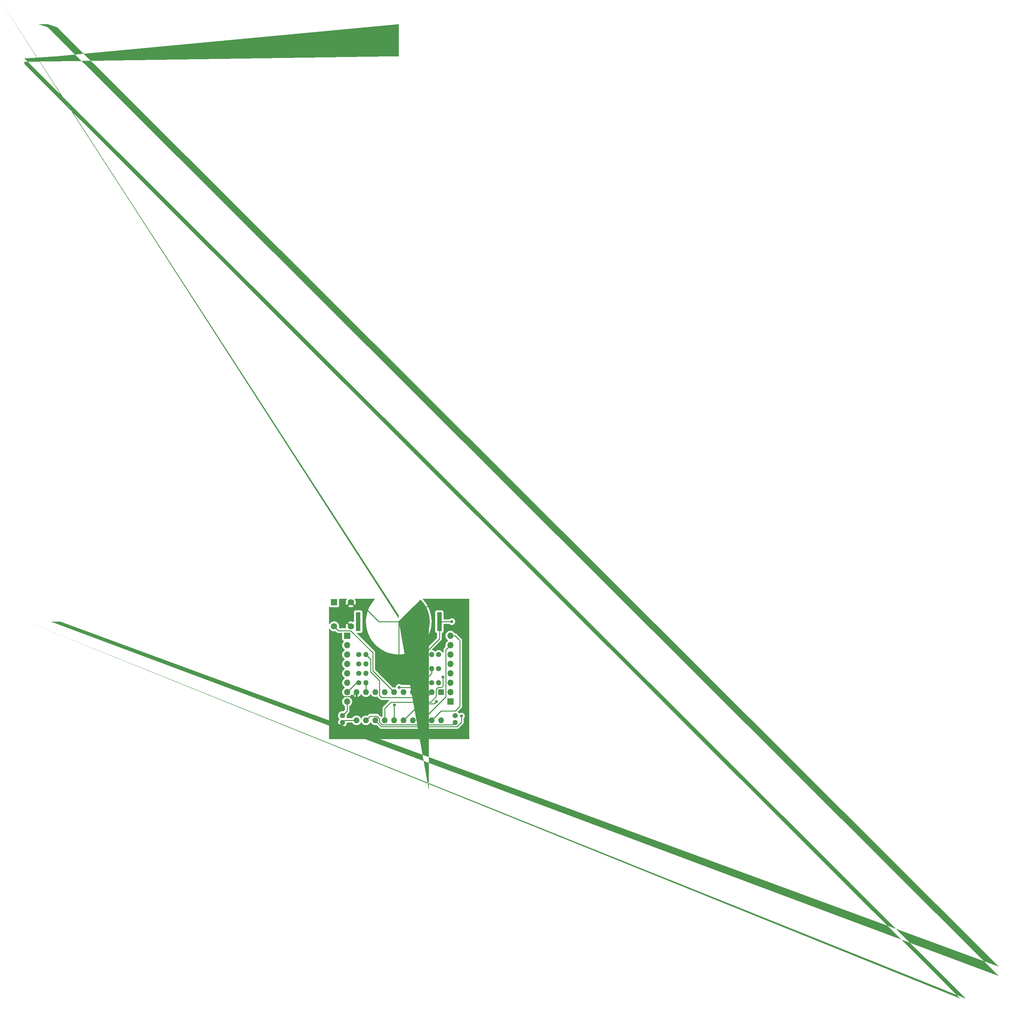
<source format=gbl>
G04 #@! TF.GenerationSoftware,KiCad,Pcbnew,7.0.6-0*
G04 #@! TF.CreationDate,2023-08-14T12:50:15+03:00*
G04 #@! TF.ProjectId,trng,74726e67-2e6b-4696-9361-645f70636258,rev?*
G04 #@! TF.SameCoordinates,Original*
G04 #@! TF.FileFunction,Copper,L2,Bot*
G04 #@! TF.FilePolarity,Positive*
%FSLAX46Y46*%
G04 Gerber Fmt 4.6, Leading zero omitted, Abs format (unit mm)*
G04 Created by KiCad (PCBNEW 7.0.6-0) date 2023-08-14 12:50:15*
%MOMM*%
%LPD*%
G01*
G04 APERTURE LIST*
G04 Aperture macros list*
%AMFreePoly0*
4,1,219,5.849828,5.939337,5.858481,5.940633,5.878677,5.930125,5.900370,5.923198,5.905549,5.916144,5.913308,5.912108,6.113607,5.708382,6.115016,5.705555,6.117727,5.703930,6.492868,5.272955,6.494275,5.269645,6.497225,5.267586,6.841692,4.811720,6.842867,4.808320,6.845667,4.806063,7.157812,4.327485,7.158749,4.324012,7.161386,4.321567,7.439717,3.822565,7.440412,3.819036,
7.442874,3.816414,7.686062,3.299372,7.686512,3.295803,7.688786,3.293018,7.895666,2.760409,7.895868,2.756818,7.897945,2.753882,8.067529,2.208252,8.067482,2.204656,8.069352,2.201583,8.200830,1.645538,8.200535,1.641953,8.202187,1.638759,8.294930,1.074960,8.294388,1.071404,8.295816,1.068103,8.349381,0.499242,8.348594,0.495730,8.349790,0.492340,8.363921,-0.078862,
8.362894,-0.082308,8.363853,-0.085775,8.338482,-0.656588,8.337220,-0.659954,8.337937,-0.663480,8.273186,-1.231176,8.271693,-1.234449,8.272165,-1.238014,8.168343,-1.799880,8.166629,-1.803040,8.166853,-1.806631,8.024456,-2.359980,8.022526,-2.363016,8.022502,-2.366611,7.842212,-2.908799,7.840078,-2.911694,7.839805,-2.915280,7.622482,-3.443714,7.620153,-3.446454,7.619633,-3.450014,
7.366317,-3.962167,7.363803,-3.964740,7.363039,-3.968255,7.074941,-4.461683,7.072255,-4.464077,7.071250,-4.467530,6.749746,-4.939870,6.746903,-4.942071,6.745661,-4.945448,6.392288,-5.394446,6.389299,-5.396446,6.387827,-5.399728,6.004275,-5.823237,6.001154,-5.825026,5.999460,-5.828197,5.587561,-6.224192,5.584324,-6.225761,5.582414,-6.228808,5.144138,-6.595395,5.140801,-6.596736,
5.138685,-6.599645,4.676127,-6.935072,4.672705,-6.936180,4.670393,-6.938935,4.185764,-7.241600,4.182273,-7.242469,4.179777,-7.245057,3.675394,-7.513513,3.671852,-7.514138,3.669182,-7.516549,3.147454,-7.749512,3.143877,-7.749891,3.141047,-7.752111,2.604470,-7.948468,2.600874,-7.948599,2.597898,-7.950618,2.049037,-8.109430,2.045442,-8.109313,2.042333,-8.111121,1.483809,-8.231629,
1.480229,-8.231263,1.477004,-8.232852,0.911488,-8.314480,0.907944,-8.313868,0.904615,-8.315231,0.334810,-8.357589,0.331316,-8.356734,0.327902,-8.357863,-0.243468,-8.360749,-0.246894,-8.359654,-0.250379,-8.360545,-0.820582,-8.323944,-0.823925,-8.322615,-0.827462,-8.323262,-1.393774,-8.247351,-1.397016,-8.245794,-1.400591,-8.246196,-1.960303,-8.131335,-1.963429,-8.129558,-1.967023,-8.129712,
-2.517462,-7.976452,-2.520459,-7.974463,-2.524054,-7.974368,-3.062588,-7.783441,-3.065440,-7.781250,-3.069020,-7.780907,-3.593075,-7.553226,-3.595769,-7.550843,-3.599317,-7.550253,-4.106386,-7.286905,-4.108908,-7.284342,-4.112407,-7.283509,-4.600070,-6.985753,-4.602409,-6.983023,-4.605843,-6.981949,-5.071764,-6.651211,-5.073910,-6.648324,-5.077261,-6.647016,-5.519217,-6.284874,-5.521158,-6.281846,
-5.524409,-6.280310,-5.940287,-5.888497,-5.942014,-5.885342,-5.945152,-5.883585,-6.332962,-5.463972,-6.334467,-5.460704,-6.337476,-5.458735,-6.695366,-5.013329,-6.696642,-5.009966,-6.699508,-5.007793,-7.025766,-4.538723,-7.026806,-4.535281,-7.029515,-4.532915,-7.322583,-4.042423,-7.323383,-4.038916,-7.325922,-4.036369,-7.584398,-3.526798,-7.584954,-3.523244,-7.587310,-3.520528,-7.809959,-2.994316,
-7.810268,-2.990734,-7.812432,-2.987860,-7.998190,-2.447522,-7.998251,-2.443925,-8.000210,-2.440910,-8.148188,-1.889028,-8.148000,-1.885436,-8.149747,-1.882292,-8.259239,-1.321504,-8.258803,-1.317933,-8.260328,-1.314677,-8.330810,-0.747663,-8.330129,-0.744131,-8.331425,-0.740777,-8.362560,-0.170249,-8.361636,-0.166773,-8.362698,-0.163337,-8.354337,0.407979,-8.353175,0.411382,-8.353997,0.414885,
-8.306180,0.984256,-8.304786,0.987571,-8.305364,0.991122,-8.218321,1.555830,-8.216701,1.559041,-8.217032,1.562623,-8.091177,2.119966,-8.089339,2.123057,-8.089422,2.126654,-7.925357,2.673969,-7.923310,2.676926,-7.923144,2.680519,-7.721654,3.215191,-7.719408,3.217999,-7.718994,3.221572,-7.481042,3.741044,-7.478606,3.743691,-7.477947,3.747226,-7.204671,4.249013,-7.202058,4.251485,
-7.201156,4.254968,-6.893860,4.736675,-6.891083,4.738960,-6.889943,4.742371,-6.550099,5.201693,-6.547171,5.203781,-6.545797,5.207106,-6.175026,5.641848,-6.172332,5.643501,-6.170951,5.646342,-5.972720,5.852080,-5.965001,5.856195,-5.959895,5.863299,-5.938275,5.870444,-5.918183,5.881157,-5.909517,5.879949,-5.901213,5.882694,5.841495,5.941999,5.849828,5.939337,5.849828,5.939337,
$1*%
G04 Aperture macros list end*
G04 #@! TA.AperFunction,ComponentPad*
%ADD10C,1.400000*%
G04 #@! TD*
G04 #@! TA.AperFunction,ComponentPad*
%ADD11O,1.400000X1.400000*%
G04 #@! TD*
G04 #@! TA.AperFunction,ComponentPad*
%ADD12R,1.700000X1.700000*%
G04 #@! TD*
G04 #@! TA.AperFunction,ComponentPad*
%ADD13O,1.700000X1.700000*%
G04 #@! TD*
G04 #@! TA.AperFunction,ComponentPad*
%ADD14R,1.200000X1.200000*%
G04 #@! TD*
G04 #@! TA.AperFunction,ComponentPad*
%ADD15C,1.200000*%
G04 #@! TD*
G04 #@! TA.AperFunction,ComponentPad*
%ADD16R,1.600000X1.600000*%
G04 #@! TD*
G04 #@! TA.AperFunction,ComponentPad*
%ADD17O,1.600000X1.600000*%
G04 #@! TD*
G04 #@! TA.AperFunction,SMDPad,CuDef*
%ADD18R,1.270000X5.080000*%
G04 #@! TD*
G04 #@! TA.AperFunction,SMDPad,CuDef*
%ADD19FreePoly0,0.000000*%
G04 #@! TD*
G04 #@! TA.AperFunction,ComponentPad*
%ADD20C,1.700000*%
G04 #@! TD*
G04 #@! TA.AperFunction,ViaPad*
%ADD21C,0.800000*%
G04 #@! TD*
G04 #@! TA.AperFunction,Conductor*
%ADD22C,0.250000*%
G04 #@! TD*
G04 APERTURE END LIST*
D10*
X158260000Y-101270000D03*
D11*
X156360000Y-101270000D03*
D10*
X156360000Y-105080000D03*
D11*
X158260000Y-105080000D03*
D10*
X136680000Y-102540000D03*
D11*
X138580000Y-102540000D03*
D10*
X132230000Y-113970000D03*
D11*
X132230000Y-115870000D03*
D10*
X158260000Y-97460000D03*
D11*
X156360000Y-97460000D03*
D10*
X136680000Y-97460000D03*
D11*
X138580000Y-97460000D03*
D10*
X136680000Y-100000000D03*
D11*
X138580000Y-100000000D03*
D12*
X161440000Y-110160000D03*
D13*
X161440000Y-107620000D03*
X161440000Y-105080000D03*
X161440000Y-102540000D03*
X161440000Y-100000000D03*
X161440000Y-97460000D03*
X161440000Y-94920000D03*
X161440000Y-92380000D03*
D14*
X152780000Y-101270000D03*
D15*
X151280000Y-101270000D03*
D10*
X136680000Y-105080000D03*
D11*
X138580000Y-105080000D03*
D12*
X133500000Y-92380000D03*
D13*
X133500000Y-94920000D03*
X133500000Y-97460000D03*
X133500000Y-100000000D03*
X133500000Y-102540000D03*
X133500000Y-105080000D03*
X133500000Y-107620000D03*
X133500000Y-110160000D03*
D16*
X158900000Y-107620000D03*
D17*
X156360000Y-107620000D03*
X153820000Y-107620000D03*
X151280000Y-107620000D03*
X148740000Y-107620000D03*
X146200000Y-107620000D03*
X143660000Y-107620000D03*
X141120000Y-107620000D03*
X138580000Y-107620000D03*
X136040000Y-107620000D03*
X136040000Y-115240000D03*
X138580000Y-115240000D03*
X141120000Y-115240000D03*
X143660000Y-115240000D03*
X146200000Y-115240000D03*
X148740000Y-115240000D03*
X151280000Y-115240000D03*
X153820000Y-115240000D03*
X156360000Y-115240000D03*
X158900000Y-115240000D03*
D10*
X162710000Y-113970000D03*
D11*
X162710000Y-115870000D03*
D18*
X136485000Y-88570000D03*
X158455000Y-88570000D03*
D19*
X147470000Y-88570000D03*
D12*
X129980000Y-83330000D03*
D20*
X129980000Y-89830000D03*
X134480000Y-83330000D03*
X134480000Y-89830000D03*
D21*
X161820000Y-88570000D03*
X140750000Y-110250000D03*
X161750000Y-84500000D03*
X137900000Y-84450000D03*
X149000000Y-101250000D03*
X129500000Y-108750000D03*
X164400500Y-114070000D03*
X159445500Y-103570000D03*
X157630000Y-110160000D03*
X152476850Y-105153150D03*
X146320000Y-111070000D03*
X147570000Y-106320000D03*
D22*
X158455000Y-93185000D02*
X158455000Y-88570000D01*
X152780000Y-98860000D02*
X158455000Y-93185000D01*
X152780000Y-101270000D02*
X152780000Y-98860000D01*
X161820000Y-88570000D02*
X158455000Y-88570000D01*
X151260000Y-101250000D02*
X151280000Y-101270000D01*
X147470000Y-88570000D02*
X151540000Y-84500000D01*
X129500000Y-108750000D02*
X129545000Y-108795000D01*
X142020000Y-88570000D02*
X147470000Y-88570000D01*
X137900000Y-84450000D02*
X142020000Y-88570000D01*
X151540000Y-84500000D02*
X161750000Y-84500000D01*
X147470000Y-88570000D02*
X147470000Y-97460000D01*
X129545000Y-108795000D02*
X134865000Y-108795000D01*
X147470000Y-97460000D02*
X151280000Y-101270000D01*
X134865000Y-108795000D02*
X136040000Y-107620000D01*
X149000000Y-101250000D02*
X151260000Y-101250000D01*
X133500000Y-107620000D02*
X136040000Y-105080000D01*
X136040000Y-105080000D02*
X136680000Y-105080000D01*
X133500000Y-110160000D02*
X133500000Y-112700000D01*
X133500000Y-112700000D02*
X132230000Y-113970000D01*
X164400500Y-115739500D02*
X164400500Y-114070000D01*
X142775000Y-116895000D02*
X163245000Y-116895000D01*
X163245000Y-116895000D02*
X164400500Y-115739500D01*
X141120000Y-115240000D02*
X142775000Y-116895000D01*
X143660000Y-111980000D02*
X145320000Y-110320000D01*
X159070000Y-106320000D02*
X159445500Y-105944500D01*
X156070000Y-110320000D02*
X157570000Y-108820000D01*
X157570000Y-106820000D02*
X158070000Y-106320000D01*
X157570000Y-108820000D02*
X157570000Y-106820000D01*
X145320000Y-110320000D02*
X156070000Y-110320000D01*
X158070000Y-106320000D02*
X159070000Y-106320000D01*
X143660000Y-115240000D02*
X143660000Y-111980000D01*
X159445500Y-105944500D02*
X159445500Y-103570000D01*
X148740000Y-115240000D02*
X153210000Y-110770000D01*
X153210000Y-110770000D02*
X157020000Y-110770000D01*
X157020000Y-110770000D02*
X157630000Y-110160000D01*
X160170000Y-108890000D02*
X160170000Y-96190000D01*
X153820000Y-115240000D02*
X160170000Y-108890000D01*
X160170000Y-96190000D02*
X161440000Y-94920000D01*
X162710000Y-92380000D02*
X161440000Y-92380000D01*
X156360000Y-115240000D02*
X158900000Y-112700000D01*
X163980000Y-111430000D02*
X163980000Y-93650000D01*
X162710000Y-112700000D02*
X163980000Y-111430000D01*
X158900000Y-112700000D02*
X162710000Y-112700000D01*
X163980000Y-93650000D02*
X162710000Y-92380000D01*
X138580000Y-115240000D02*
X139705000Y-114115000D01*
X139705000Y-114115000D02*
X141585991Y-114115000D01*
X141585991Y-114115000D02*
X142245000Y-114774009D01*
X142245000Y-115728604D02*
X142961396Y-116445000D01*
X162135000Y-116445000D02*
X162710000Y-115870000D01*
X142961396Y-116445000D02*
X162135000Y-116445000D01*
X142245000Y-114774009D02*
X142245000Y-115728604D01*
X154820000Y-97570000D02*
X154930000Y-97460000D01*
X154930000Y-97460000D02*
X156360000Y-97460000D01*
X152476850Y-105153150D02*
X154820000Y-102810000D01*
X154820000Y-102810000D02*
X154820000Y-97570000D01*
X136040000Y-115240000D02*
X132860000Y-115240000D01*
X132860000Y-115240000D02*
X132230000Y-115870000D01*
X146200000Y-111190000D02*
X146200000Y-115240000D01*
X156360000Y-102530001D02*
X152570001Y-106320000D01*
X152570001Y-106320000D02*
X147570000Y-106320000D01*
X146320000Y-111070000D02*
X146200000Y-111190000D01*
X156360000Y-101270000D02*
X156360000Y-102530001D01*
X142245000Y-104495000D02*
X139820000Y-102070000D01*
X142245000Y-108495000D02*
X142245000Y-104495000D01*
X142820000Y-109070000D02*
X142245000Y-108495000D01*
X156360000Y-107620000D02*
X154910000Y-109070000D01*
X139820000Y-102070000D02*
X139820000Y-98700000D01*
X139820000Y-98700000D02*
X138580000Y-97460000D01*
X154910000Y-109070000D02*
X142820000Y-109070000D01*
X138580000Y-105080000D02*
X138580000Y-107620000D01*
X134475000Y-91005000D02*
X140425000Y-96955000D01*
X131155000Y-91005000D02*
X134475000Y-91005000D01*
X129980000Y-89830000D02*
X131155000Y-91005000D01*
X140425000Y-101845000D02*
X146200000Y-107620000D01*
X140425000Y-96955000D02*
X140425000Y-101845000D01*
G04 #@! TA.AperFunction,Conductor*
G36*
X133350146Y-82365185D02*
G01*
X133395901Y-82417989D01*
X133405845Y-82487147D01*
X133384682Y-82540623D01*
X133306400Y-82652420D01*
X133306399Y-82652422D01*
X133206570Y-82866507D01*
X133206566Y-82866516D01*
X133145432Y-83094673D01*
X133145430Y-83094684D01*
X133124843Y-83329998D01*
X133124843Y-83330001D01*
X133145430Y-83565315D01*
X133145432Y-83565326D01*
X133206566Y-83793483D01*
X133206570Y-83793492D01*
X133306400Y-84007579D01*
X133306402Y-84007583D01*
X133365072Y-84091373D01*
X133365073Y-84091373D01*
X133996922Y-83459523D01*
X134020507Y-83539844D01*
X134098239Y-83660798D01*
X134206900Y-83754952D01*
X134337685Y-83814680D01*
X134347466Y-83816086D01*
X133718625Y-84444925D01*
X133802421Y-84503599D01*
X134016507Y-84603429D01*
X134016516Y-84603433D01*
X134244673Y-84664567D01*
X134244684Y-84664569D01*
X134479998Y-84685157D01*
X134480002Y-84685157D01*
X134715315Y-84664569D01*
X134715326Y-84664567D01*
X134943483Y-84603433D01*
X134943492Y-84603429D01*
X135157578Y-84503600D01*
X135157582Y-84503598D01*
X135241373Y-84444926D01*
X135241373Y-84444925D01*
X134612533Y-83816086D01*
X134622315Y-83814680D01*
X134753100Y-83754952D01*
X134861761Y-83660798D01*
X134939493Y-83539844D01*
X134963076Y-83459524D01*
X135594925Y-84091373D01*
X135594926Y-84091373D01*
X135653598Y-84007582D01*
X135653600Y-84007578D01*
X135753429Y-83793492D01*
X135753433Y-83793483D01*
X135814567Y-83565326D01*
X135814569Y-83565315D01*
X135835157Y-83330001D01*
X135835157Y-83329998D01*
X135814569Y-83094684D01*
X135814567Y-83094673D01*
X135753433Y-82866516D01*
X135753429Y-82866507D01*
X135653600Y-82652422D01*
X135653599Y-82652420D01*
X135575318Y-82540623D01*
X135552991Y-82474417D01*
X135570001Y-82406650D01*
X135620949Y-82358837D01*
X135676893Y-82345500D01*
X140862978Y-82345500D01*
X140930017Y-82365185D01*
X140975772Y-82417989D01*
X140985716Y-82487147D01*
X140956691Y-82550703D01*
X140952274Y-82555536D01*
X140933011Y-82575529D01*
X140932091Y-82576482D01*
X140929960Y-82577695D01*
X140923766Y-82584959D01*
X140921242Y-82587743D01*
X140915739Y-82593453D01*
X140914337Y-82595209D01*
X140913619Y-82596271D01*
X140909457Y-82601736D01*
X140542237Y-83032316D01*
X140533143Y-83042976D01*
X140531384Y-83044125D01*
X140527547Y-83049311D01*
X140524883Y-83052663D01*
X140521594Y-83056519D01*
X140520303Y-83058353D01*
X140519704Y-83059365D01*
X140516224Y-83064612D01*
X140513227Y-83068666D01*
X140172587Y-83529064D01*
X140167828Y-83535494D01*
X140166151Y-83536763D01*
X140162686Y-83542195D01*
X140160260Y-83545724D01*
X140157233Y-83549814D01*
X140156056Y-83551760D01*
X140155519Y-83552830D01*
X140152393Y-83558330D01*
X139837427Y-84052061D01*
X139835835Y-84053449D01*
X139832742Y-84059129D01*
X139830564Y-84062819D01*
X139827874Y-84067035D01*
X139827874Y-84067036D01*
X139826863Y-84069001D01*
X139826415Y-84070072D01*
X139823677Y-84075772D01*
X139553080Y-84572645D01*
X139543491Y-84590249D01*
X139542002Y-84591740D01*
X139539311Y-84597617D01*
X139537394Y-84601446D01*
X139535004Y-84605834D01*
X139535001Y-84605843D01*
X139534129Y-84607872D01*
X139533756Y-84608970D01*
X139531420Y-84614842D01*
X139287451Y-85147452D01*
X139286067Y-85149044D01*
X139283790Y-85155087D01*
X139282144Y-85159036D01*
X139280041Y-85163626D01*
X139279301Y-85165743D01*
X139279000Y-85166883D01*
X139277072Y-85172916D01*
X139275206Y-85177868D01*
X139075711Y-85707249D01*
X139070517Y-85721026D01*
X139069251Y-85722703D01*
X139067398Y-85728887D01*
X139066027Y-85732945D01*
X139064235Y-85737700D01*
X139063637Y-85739880D01*
X139063415Y-85741045D01*
X139061907Y-85747206D01*
X138896046Y-86300508D01*
X138893734Y-86308216D01*
X138892590Y-86309972D01*
X138891177Y-86316234D01*
X138890089Y-86320376D01*
X138888648Y-86325182D01*
X138888647Y-86325195D01*
X138888210Y-86327368D01*
X138888070Y-86328531D01*
X138886994Y-86334758D01*
X138761368Y-86891086D01*
X138757952Y-86906208D01*
X138756929Y-86908046D01*
X138755947Y-86914413D01*
X138755149Y-86918619D01*
X138754037Y-86923541D01*
X138753751Y-86925748D01*
X138753691Y-86926933D01*
X138753047Y-86933233D01*
X138666203Y-87496655D01*
X138663813Y-87512151D01*
X138662919Y-87514056D01*
X138662379Y-87520486D01*
X138661874Y-87524735D01*
X138661105Y-87529723D01*
X138660970Y-87531967D01*
X138660992Y-87533139D01*
X138660785Y-87539475D01*
X138611767Y-88123137D01*
X138611006Y-88125100D01*
X138610912Y-88131541D01*
X138610702Y-88135816D01*
X138610278Y-88140863D01*
X138610299Y-88143143D01*
X138610402Y-88144312D01*
X138610633Y-88150644D01*
X138602063Y-88736280D01*
X138601439Y-88738292D01*
X138601791Y-88744727D01*
X138601876Y-88749008D01*
X138601802Y-88754025D01*
X138601803Y-88754026D01*
X138601978Y-88756264D01*
X138602155Y-88757383D01*
X138602817Y-88763601D01*
X138603040Y-88767614D01*
X138633401Y-89323937D01*
X138634747Y-89348633D01*
X138634265Y-89350680D01*
X138635061Y-89357082D01*
X138635442Y-89361350D01*
X138635717Y-89366399D01*
X138636046Y-89368612D01*
X138636308Y-89369751D01*
X138637407Y-89375971D01*
X138638493Y-89384700D01*
X138705692Y-89925294D01*
X138709661Y-89957249D01*
X138709321Y-89959323D01*
X138710559Y-89965662D01*
X138711234Y-89969890D01*
X138711857Y-89974907D01*
X138712338Y-89977093D01*
X138712682Y-89978223D01*
X138714214Y-89984375D01*
X138826453Y-90559239D01*
X138826258Y-90561330D01*
X138827922Y-90567536D01*
X138828889Y-90571714D01*
X138829869Y-90576734D01*
X138830508Y-90578908D01*
X138830925Y-90580002D01*
X138832870Y-90585998D01*
X138833818Y-90589523D01*
X138969472Y-91095449D01*
X138969480Y-91095471D01*
X138984561Y-91151724D01*
X138984511Y-91153830D01*
X138986613Y-91159945D01*
X138987864Y-91164040D01*
X138989166Y-91168894D01*
X138989942Y-91170989D01*
X138990430Y-91172043D01*
X138992793Y-91177921D01*
X139183230Y-91731871D01*
X139183325Y-91733965D01*
X139185825Y-91739873D01*
X139187358Y-91743878D01*
X139189030Y-91748741D01*
X139189962Y-91750805D01*
X139190542Y-91751860D01*
X139193318Y-91757583D01*
X139398769Y-92243152D01*
X139398814Y-92243255D01*
X139421505Y-92296888D01*
X139421745Y-92298978D01*
X139424665Y-92304735D01*
X139426468Y-92308618D01*
X139428450Y-92313303D01*
X139429518Y-92315288D01*
X139430151Y-92316272D01*
X139433308Y-92321775D01*
X139437032Y-92329115D01*
X139698251Y-92844093D01*
X139698636Y-92846166D01*
X139701949Y-92851711D01*
X139704020Y-92855465D01*
X139706307Y-92859976D01*
X139707496Y-92861861D01*
X139708190Y-92862791D01*
X139711725Y-92868072D01*
X140012153Y-93370883D01*
X140012679Y-93372918D01*
X140016350Y-93378196D01*
X140018676Y-93381800D01*
X140021290Y-93386175D01*
X140022623Y-93387997D01*
X140023390Y-93388889D01*
X140027283Y-93393916D01*
X140056941Y-93436559D01*
X140056949Y-93436566D01*
X140361694Y-93874708D01*
X140362361Y-93876708D01*
X140366404Y-93881740D01*
X140368972Y-93885172D01*
X140371875Y-93889347D01*
X140373340Y-93891083D01*
X140374173Y-93891926D01*
X140378399Y-93896668D01*
X140382090Y-93901262D01*
X140745231Y-94353206D01*
X140746032Y-94355148D01*
X140750392Y-94359866D01*
X140753190Y-94363111D01*
X140756348Y-94367041D01*
X140757926Y-94368669D01*
X140758782Y-94369424D01*
X140763327Y-94373861D01*
X140767256Y-94378112D01*
X141148545Y-94790668D01*
X141160895Y-94804031D01*
X141161831Y-94805918D01*
X141166526Y-94810342D01*
X141169543Y-94813388D01*
X141172994Y-94817122D01*
X141174668Y-94818626D01*
X141175608Y-94819345D01*
X141180450Y-94823461D01*
X141604694Y-95223156D01*
X141606728Y-95225072D01*
X141607792Y-95226890D01*
X141612776Y-95230974D01*
X141615995Y-95233803D01*
X141619653Y-95237249D01*
X141621414Y-95238624D01*
X141622367Y-95239254D01*
X141627473Y-95243017D01*
X141634207Y-95248535D01*
X142063782Y-95600530D01*
X142080578Y-95614295D01*
X142081764Y-95616033D01*
X142087026Y-95619769D01*
X142090434Y-95622370D01*
X142094349Y-95625578D01*
X142096195Y-95626823D01*
X142097210Y-95627397D01*
X142102577Y-95630807D01*
X142575933Y-95966823D01*
X142580177Y-95969835D01*
X142581484Y-95971491D01*
X142586992Y-95974855D01*
X142590573Y-95977215D01*
X142594706Y-95980149D01*
X142596642Y-95981268D01*
X142597686Y-95981767D01*
X142603288Y-95984804D01*
X143103180Y-96290028D01*
X143104594Y-96291586D01*
X143110303Y-96294551D01*
X143114042Y-96296660D01*
X143118363Y-96299298D01*
X143120390Y-96300291D01*
X143121468Y-96300717D01*
X143127253Y-96303355D01*
X143604367Y-96551145D01*
X143647048Y-96573312D01*
X143648567Y-96574770D01*
X143654488Y-96577342D01*
X143658361Y-96579186D01*
X143662814Y-96581499D01*
X143664868Y-96582334D01*
X143665961Y-96582681D01*
X143671908Y-96584911D01*
X144209166Y-96818328D01*
X144210784Y-96819679D01*
X144216866Y-96821835D01*
X144220856Y-96823407D01*
X144225489Y-96825420D01*
X144227624Y-96826120D01*
X144228737Y-96826390D01*
X144234844Y-96828208D01*
X144238415Y-96829474D01*
X144747601Y-97009996D01*
X144786902Y-97023930D01*
X144788605Y-97025162D01*
X144794808Y-97026889D01*
X144798903Y-97028183D01*
X144803654Y-97029868D01*
X144805842Y-97030421D01*
X144806969Y-97030614D01*
X144813169Y-97032002D01*
X144863246Y-97045946D01*
X144863253Y-97045947D01*
X145366966Y-97186198D01*
X145377455Y-97189119D01*
X145379238Y-97190230D01*
X145385542Y-97191524D01*
X145389710Y-97192531D01*
X145394583Y-97193887D01*
X145396802Y-97194288D01*
X145397955Y-97194404D01*
X145404236Y-97195360D01*
X145412272Y-97197009D01*
X145455127Y-97205805D01*
X145455135Y-97205805D01*
X145964859Y-97310408D01*
X145977986Y-97313102D01*
X145979846Y-97314089D01*
X145986241Y-97314947D01*
X145990469Y-97315663D01*
X145995425Y-97316680D01*
X145997651Y-97316924D01*
X145998804Y-97316960D01*
X146005160Y-97317483D01*
X146056573Y-97324383D01*
X146056638Y-97324383D01*
X146585681Y-97395300D01*
X146587606Y-97396157D01*
X146594023Y-97396569D01*
X146598291Y-97396992D01*
X146603256Y-97397657D01*
X146603289Y-97397657D01*
X146605452Y-97397744D01*
X146606589Y-97397701D01*
X146612943Y-97397783D01*
X147197580Y-97435311D01*
X147199561Y-97436033D01*
X147206014Y-97436001D01*
X147210301Y-97436127D01*
X147215332Y-97436450D01*
X147217594Y-97436385D01*
X147218728Y-97436263D01*
X147225078Y-97435905D01*
X147810781Y-97432947D01*
X147812801Y-97433529D01*
X147819225Y-97433051D01*
X147823518Y-97432881D01*
X147828545Y-97432856D01*
X147828547Y-97432856D01*
X147830762Y-97432638D01*
X147831882Y-97432438D01*
X147838211Y-97431640D01*
X147890003Y-97427796D01*
X147890053Y-97427787D01*
X148409521Y-97389171D01*
X148422380Y-97388216D01*
X148424436Y-97388657D01*
X148430819Y-97387736D01*
X148435088Y-97387270D01*
X148440105Y-97386897D01*
X148442283Y-97386529D01*
X148443386Y-97386253D01*
X148449643Y-97385019D01*
X148475978Y-97381218D01*
X148501132Y-97377588D01*
X148501137Y-97377587D01*
X149013817Y-97303586D01*
X149029400Y-97301336D01*
X149031481Y-97301634D01*
X149037755Y-97300280D01*
X149041979Y-97299521D01*
X149047040Y-97298790D01*
X149049223Y-97298264D01*
X149050322Y-97297906D01*
X149056505Y-97296236D01*
X149107109Y-97285329D01*
X149107209Y-97285295D01*
X149628201Y-97172885D01*
X149628970Y-97172719D01*
X149631077Y-97172873D01*
X149637285Y-97171077D01*
X149641449Y-97170027D01*
X149646324Y-97168975D01*
X149646325Y-97168975D01*
X149648451Y-97168304D01*
X149649492Y-97167884D01*
X149655497Y-97165808D01*
X150218218Y-97002986D01*
X150220321Y-97002994D01*
X150226359Y-97000785D01*
X150230435Y-96999452D01*
X150235327Y-96998036D01*
X150237446Y-96997203D01*
X150238528Y-96996676D01*
X150244461Y-96994157D01*
X150247615Y-96993007D01*
X150293048Y-96976384D01*
X150293065Y-96976374D01*
X150794344Y-96792936D01*
X150796443Y-96792798D01*
X150802315Y-96790177D01*
X150806292Y-96788564D01*
X150811086Y-96786809D01*
X150813120Y-96785842D01*
X150814130Y-96785261D01*
X150819820Y-96782362D01*
X150867138Y-96761244D01*
X150867202Y-96761204D01*
X151317641Y-96560073D01*
X151354583Y-96543579D01*
X151356667Y-96543297D01*
X151362353Y-96540271D01*
X151366208Y-96538388D01*
X151370872Y-96536305D01*
X151372834Y-96535200D01*
X151373798Y-96534552D01*
X151379278Y-96531264D01*
X151425006Y-96506935D01*
X151425079Y-96506886D01*
X151896238Y-96256114D01*
X151898302Y-96255687D01*
X151903768Y-96252274D01*
X151907487Y-96250126D01*
X151911944Y-96247754D01*
X151913794Y-96246536D01*
X151914678Y-96245849D01*
X151919931Y-96242180D01*
X151963895Y-96214740D01*
X151963988Y-96214665D01*
X152367331Y-95962765D01*
X152367335Y-95962763D01*
X152416731Y-95931915D01*
X152418760Y-95931347D01*
X152423988Y-95927557D01*
X152427545Y-95925160D01*
X152431801Y-95922501D01*
X152433576Y-95921149D01*
X152434424Y-95920391D01*
X152439377Y-95916397D01*
X152481428Y-95885907D01*
X152481445Y-95885890D01*
X152893666Y-95586965D01*
X152913604Y-95572509D01*
X152915588Y-95571803D01*
X152920553Y-95567650D01*
X152923941Y-95565010D01*
X152927992Y-95562072D01*
X152929653Y-95560615D01*
X152930441Y-95559805D01*
X152935140Y-95555447D01*
X152938554Y-95552595D01*
X152974940Y-95522174D01*
X152975008Y-95522103D01*
X153357224Y-95202404D01*
X153384427Y-95179653D01*
X153386354Y-95178813D01*
X153391002Y-95174345D01*
X153394198Y-95171478D01*
X153398111Y-95168204D01*
X153399701Y-95166601D01*
X153400446Y-95165722D01*
X153404811Y-95161071D01*
X153442174Y-95125159D01*
X153442216Y-95125109D01*
X153818816Y-94763052D01*
X153826989Y-94755194D01*
X153828861Y-94754218D01*
X153833193Y-94749435D01*
X153836184Y-94746353D01*
X153839845Y-94742833D01*
X153841300Y-94741147D01*
X153841978Y-94740224D01*
X153846027Y-94735264D01*
X153880803Y-94696882D01*
X153880861Y-94696802D01*
X154239170Y-94301166D01*
X154240968Y-94300065D01*
X154244956Y-94294998D01*
X154247728Y-94291715D01*
X154251143Y-94287944D01*
X154252479Y-94286160D01*
X154253090Y-94285195D01*
X154256779Y-94279977D01*
X154288838Y-94239255D01*
X154288871Y-94239200D01*
X154604661Y-93837955D01*
X154619005Y-93819732D01*
X154620717Y-93818513D01*
X154624342Y-93813188D01*
X154626880Y-93809723D01*
X154630014Y-93805740D01*
X154631224Y-93803869D01*
X154631772Y-93802854D01*
X154635082Y-93797409D01*
X154664314Y-93754466D01*
X154664317Y-93754459D01*
X154964645Y-93313231D01*
X154966274Y-93311892D01*
X154969524Y-93306327D01*
X154971815Y-93302698D01*
X154974660Y-93298517D01*
X154975738Y-93296566D01*
X154976213Y-93295519D01*
X154979149Y-93289842D01*
X155005283Y-93245104D01*
X155005319Y-93245020D01*
X155274472Y-92784043D01*
X155276007Y-92782593D01*
X155278872Y-92776801D01*
X155280907Y-92773021D01*
X155283422Y-92768713D01*
X155283428Y-92768699D01*
X155284370Y-92766674D01*
X155284759Y-92765632D01*
X155287283Y-92759795D01*
X155291644Y-92750981D01*
X155310328Y-92713212D01*
X155310342Y-92713172D01*
X155546997Y-92234705D01*
X155548427Y-92233153D01*
X155550880Y-92227190D01*
X155552649Y-92223277D01*
X155554873Y-92218780D01*
X155555665Y-92216716D01*
X155555987Y-92215629D01*
X155558103Y-92209625D01*
X155780906Y-91667865D01*
X155782228Y-91666215D01*
X155784263Y-91660096D01*
X155785757Y-91656073D01*
X155787673Y-91651412D01*
X155788333Y-91649258D01*
X155788579Y-91648150D01*
X155790282Y-91641992D01*
X155806658Y-91592781D01*
X155806678Y-91592686D01*
X155975093Y-91086212D01*
X155976297Y-91084476D01*
X155977908Y-91078217D01*
X155979121Y-91074099D01*
X155980698Y-91069355D01*
X155980701Y-91069340D01*
X155981197Y-91067201D01*
X155981362Y-91066108D01*
X155982633Y-91059854D01*
X155984410Y-91052951D01*
X155995581Y-91009574D01*
X155995592Y-91009497D01*
X156128630Y-90492516D01*
X156129709Y-90490705D01*
X156130878Y-90484376D01*
X156131804Y-90480180D01*
X156133057Y-90475312D01*
X156133058Y-90475303D01*
X156133407Y-90473123D01*
X156133499Y-90471985D01*
X156134333Y-90465678D01*
X156240773Y-89889647D01*
X156241724Y-89887765D01*
X156242454Y-89881366D01*
X156243088Y-89877116D01*
X156244008Y-89872137D01*
X156244210Y-89869891D01*
X156244223Y-89868762D01*
X156244619Y-89862405D01*
X156250498Y-89810880D01*
X156250497Y-89810857D01*
X156310686Y-89283180D01*
X156310991Y-89280495D01*
X156311813Y-89278543D01*
X156312101Y-89272071D01*
X156312440Y-89267791D01*
X156313004Y-89262838D01*
X156313004Y-89262815D01*
X156313048Y-89260668D01*
X156312983Y-89259543D01*
X156312940Y-89253186D01*
X156313923Y-89231112D01*
X156315254Y-89201203D01*
X156315252Y-89201175D01*
X156338955Y-88667899D01*
X156339638Y-88665902D01*
X156339479Y-88659448D01*
X156339521Y-88655153D01*
X156339745Y-88650111D01*
X156339637Y-88647879D01*
X156339492Y-88646746D01*
X156339008Y-88640393D01*
X156338219Y-88608469D01*
X156337727Y-88588554D01*
X156337725Y-88588532D01*
X156324523Y-88054843D01*
X156325064Y-88052813D01*
X156324462Y-88046417D01*
X156324208Y-88042130D01*
X156324081Y-88037004D01*
X156323815Y-88034753D01*
X156323585Y-88033599D01*
X156322662Y-88027285D01*
X156317821Y-87975796D01*
X156317806Y-87975726D01*
X156273223Y-87502240D01*
X156273223Y-87502236D01*
X156267767Y-87444280D01*
X156268169Y-87442205D01*
X156267115Y-87435793D01*
X156266566Y-87431541D01*
X156266097Y-87426566D01*
X156265682Y-87424369D01*
X156265385Y-87423275D01*
X156264035Y-87417070D01*
X156168953Y-86839064D01*
X156169211Y-86836966D01*
X156167724Y-86830677D01*
X156166882Y-86826470D01*
X156166072Y-86821546D01*
X156166070Y-86821540D01*
X156165514Y-86819418D01*
X156165145Y-86818355D01*
X156163364Y-86812239D01*
X156151426Y-86761715D01*
X156151400Y-86761642D01*
X156032372Y-86258246D01*
X156028563Y-86242141D01*
X156028675Y-86240030D01*
X156026757Y-86233858D01*
X156025627Y-86229721D01*
X156024458Y-86224781D01*
X156023741Y-86222654D01*
X156023283Y-86221581D01*
X156021091Y-86215622D01*
X156005704Y-86166121D01*
X155847261Y-85656339D01*
X155847227Y-85654229D01*
X155844892Y-85648217D01*
X155843477Y-85644164D01*
X155841967Y-85639307D01*
X155841102Y-85637229D01*
X155840571Y-85636190D01*
X155837968Y-85630389D01*
X155819220Y-85582123D01*
X155819219Y-85582123D01*
X155819219Y-85582122D01*
X155633094Y-85102945D01*
X155625915Y-85084461D01*
X155625736Y-85082358D01*
X155622985Y-85076510D01*
X155621294Y-85072565D01*
X155619473Y-85067878D01*
X155618475Y-85065881D01*
X155617882Y-85064896D01*
X155614888Y-85059293D01*
X155610968Y-85050958D01*
X155592821Y-85012365D01*
X155592791Y-85012312D01*
X155371732Y-84542318D01*
X155365588Y-84529255D01*
X155365263Y-84527165D01*
X155362106Y-84521504D01*
X155360147Y-84517689D01*
X155358025Y-84513177D01*
X155358020Y-84513170D01*
X155356888Y-84511248D01*
X155356245Y-84510331D01*
X155352872Y-84504951D01*
X155067516Y-83993353D01*
X155067049Y-83991296D01*
X155063521Y-83985886D01*
X155061306Y-83982219D01*
X155058856Y-83977827D01*
X155057584Y-83975975D01*
X155056862Y-83975083D01*
X155053125Y-83969949D01*
X155048168Y-83962350D01*
X155024757Y-83926456D01*
X154733320Y-83479627D01*
X154733181Y-83479415D01*
X154732562Y-83477366D01*
X154728615Y-83472142D01*
X154726151Y-83468635D01*
X154723400Y-83464418D01*
X154722007Y-83462662D01*
X154721220Y-83461817D01*
X154717136Y-83456951D01*
X154364026Y-82989646D01*
X154363280Y-82987675D01*
X154359048Y-82982813D01*
X154356344Y-82979481D01*
X154353270Y-82975413D01*
X154351731Y-82973727D01*
X154350885Y-82972936D01*
X154346462Y-82968353D01*
X154312487Y-82929316D01*
X154312435Y-82929261D01*
X153983102Y-82550913D01*
X153953934Y-82487423D01*
X153963722Y-82418242D01*
X154009358Y-82365336D01*
X154076353Y-82345500D01*
X166385500Y-82345500D01*
X166452539Y-82365185D01*
X166498294Y-82417989D01*
X166509500Y-82469500D01*
X166509500Y-120196000D01*
X166489815Y-120263039D01*
X166437011Y-120308794D01*
X166385500Y-120320000D01*
X128694000Y-120320000D01*
X128626961Y-120300315D01*
X128581206Y-120247511D01*
X128570000Y-120196000D01*
X128570000Y-90561128D01*
X128589685Y-90494089D01*
X128642489Y-90448334D01*
X128711647Y-90438390D01*
X128775203Y-90467415D01*
X128802500Y-90503582D01*
X128803260Y-90503144D01*
X128805967Y-90507834D01*
X128914281Y-90662521D01*
X128941505Y-90701401D01*
X129108599Y-90868495D01*
X129205384Y-90936265D01*
X129302165Y-91004032D01*
X129302167Y-91004033D01*
X129302170Y-91004035D01*
X129516337Y-91103903D01*
X129744592Y-91165063D01*
X129932918Y-91181539D01*
X129979999Y-91185659D01*
X129980000Y-91185659D01*
X129980001Y-91185659D01*
X130019234Y-91182226D01*
X130215408Y-91165063D01*
X130315875Y-91138143D01*
X130385721Y-91139806D01*
X130435646Y-91170237D01*
X130654197Y-91388788D01*
X130664022Y-91401051D01*
X130664243Y-91400869D01*
X130669214Y-91406878D01*
X130695217Y-91431295D01*
X130719635Y-91454226D01*
X130740529Y-91475120D01*
X130746011Y-91479373D01*
X130750443Y-91483157D01*
X130784418Y-91515062D01*
X130801976Y-91524714D01*
X130818233Y-91535393D01*
X130834064Y-91547673D01*
X130848216Y-91553797D01*
X130876833Y-91566182D01*
X130882077Y-91568750D01*
X130922908Y-91591197D01*
X130928708Y-91592686D01*
X130942305Y-91596177D01*
X130960719Y-91602481D01*
X130979104Y-91610438D01*
X131025157Y-91617732D01*
X131030826Y-91618906D01*
X131075981Y-91630500D01*
X131096016Y-91630500D01*
X131115413Y-91632026D01*
X131135196Y-91635160D01*
X131181583Y-91630775D01*
X131187422Y-91630500D01*
X132025500Y-91630500D01*
X132092539Y-91650185D01*
X132138294Y-91702989D01*
X132149500Y-91754500D01*
X132149500Y-93277870D01*
X132149501Y-93277876D01*
X132155908Y-93337483D01*
X132206202Y-93472328D01*
X132206206Y-93472335D01*
X132292452Y-93587544D01*
X132292455Y-93587547D01*
X132407664Y-93673793D01*
X132407671Y-93673797D01*
X132539081Y-93722810D01*
X132595015Y-93764681D01*
X132619432Y-93830145D01*
X132604580Y-93898418D01*
X132583430Y-93926673D01*
X132461503Y-94048600D01*
X132325965Y-94242169D01*
X132325964Y-94242171D01*
X132226098Y-94456335D01*
X132226094Y-94456344D01*
X132164938Y-94684586D01*
X132164936Y-94684596D01*
X132144341Y-94919999D01*
X132144341Y-94920000D01*
X132164936Y-95155403D01*
X132164938Y-95155413D01*
X132226094Y-95383655D01*
X132226096Y-95383659D01*
X132226097Y-95383663D01*
X132308234Y-95559805D01*
X132325965Y-95597830D01*
X132325967Y-95597834D01*
X132396819Y-95699020D01*
X132450393Y-95775532D01*
X132461501Y-95791395D01*
X132461506Y-95791402D01*
X132628597Y-95958493D01*
X132628603Y-95958498D01*
X132814158Y-96088425D01*
X132857783Y-96143002D01*
X132864977Y-96212500D01*
X132833454Y-96274855D01*
X132814158Y-96291575D01*
X132628597Y-96421505D01*
X132461505Y-96588597D01*
X132325965Y-96782169D01*
X132325964Y-96782171D01*
X132226098Y-96996335D01*
X132226094Y-96996344D01*
X132164938Y-97224586D01*
X132164936Y-97224596D01*
X132144341Y-97459999D01*
X132144341Y-97460000D01*
X132164936Y-97695403D01*
X132164938Y-97695413D01*
X132226094Y-97923655D01*
X132226096Y-97923659D01*
X132226097Y-97923663D01*
X132305845Y-98094683D01*
X132325965Y-98137830D01*
X132325967Y-98137834D01*
X132461501Y-98331395D01*
X132461506Y-98331402D01*
X132628597Y-98498493D01*
X132628603Y-98498498D01*
X132814158Y-98628425D01*
X132857783Y-98683002D01*
X132864977Y-98752500D01*
X132833454Y-98814855D01*
X132814158Y-98831575D01*
X132628597Y-98961505D01*
X132461505Y-99128597D01*
X132325965Y-99322169D01*
X132325964Y-99322171D01*
X132226098Y-99536335D01*
X132226094Y-99536344D01*
X132164938Y-99764586D01*
X132164936Y-99764596D01*
X132144341Y-99999999D01*
X132144341Y-100000000D01*
X132164936Y-100235403D01*
X132164938Y-100235413D01*
X132226094Y-100463655D01*
X132226096Y-100463659D01*
X132226097Y-100463663D01*
X132325965Y-100677830D01*
X132325967Y-100677834D01*
X132434281Y-100832521D01*
X132461179Y-100870936D01*
X132461501Y-100871395D01*
X132461506Y-100871402D01*
X132628597Y-101038493D01*
X132628603Y-101038498D01*
X132814158Y-101168425D01*
X132857783Y-101223002D01*
X132864977Y-101292500D01*
X132833454Y-101354855D01*
X132814158Y-101371575D01*
X132628597Y-101501505D01*
X132461505Y-101668597D01*
X132325965Y-101862169D01*
X132325964Y-101862171D01*
X132226098Y-102076335D01*
X132226094Y-102076344D01*
X132164938Y-102304586D01*
X132164936Y-102304596D01*
X132144341Y-102539999D01*
X132144341Y-102540000D01*
X132164936Y-102775403D01*
X132164938Y-102775413D01*
X132226094Y-103003655D01*
X132226096Y-103003659D01*
X132226097Y-103003663D01*
X132305845Y-103174683D01*
X132325965Y-103217830D01*
X132325967Y-103217834D01*
X132461501Y-103411395D01*
X132461506Y-103411402D01*
X132628597Y-103578493D01*
X132628603Y-103578498D01*
X132814158Y-103708425D01*
X132857783Y-103763002D01*
X132864977Y-103832500D01*
X132833454Y-103894855D01*
X132814158Y-103911575D01*
X132628597Y-104041505D01*
X132461505Y-104208597D01*
X132325965Y-104402169D01*
X132325964Y-104402171D01*
X132226098Y-104616335D01*
X132226094Y-104616344D01*
X132164938Y-104844586D01*
X132164936Y-104844596D01*
X132144341Y-105079999D01*
X132144341Y-105080000D01*
X132164936Y-105315403D01*
X132164938Y-105315413D01*
X132226094Y-105543655D01*
X132226096Y-105543659D01*
X132226097Y-105543663D01*
X132294242Y-105689800D01*
X132325965Y-105757830D01*
X132325967Y-105757834D01*
X132461501Y-105951395D01*
X132461506Y-105951402D01*
X132628597Y-106118493D01*
X132628603Y-106118498D01*
X132814158Y-106248425D01*
X132857783Y-106303002D01*
X132864977Y-106372500D01*
X132833454Y-106434855D01*
X132814158Y-106451575D01*
X132628597Y-106581505D01*
X132461505Y-106748597D01*
X132325965Y-106942169D01*
X132325964Y-106942171D01*
X132226098Y-107156335D01*
X132226094Y-107156344D01*
X132164938Y-107384586D01*
X132164936Y-107384596D01*
X132144341Y-107619999D01*
X132144341Y-107620000D01*
X132164936Y-107855403D01*
X132164938Y-107855413D01*
X132226094Y-108083655D01*
X132226096Y-108083659D01*
X132226097Y-108083663D01*
X132290069Y-108220851D01*
X132325965Y-108297830D01*
X132325967Y-108297834D01*
X132434281Y-108452521D01*
X132461501Y-108491396D01*
X132461506Y-108491402D01*
X132628597Y-108658493D01*
X132628603Y-108658498D01*
X132814158Y-108788425D01*
X132857783Y-108843002D01*
X132864977Y-108912500D01*
X132833454Y-108974855D01*
X132814158Y-108991575D01*
X132628597Y-109121505D01*
X132461505Y-109288597D01*
X132325965Y-109482169D01*
X132325964Y-109482171D01*
X132226098Y-109696335D01*
X132226094Y-109696344D01*
X132164938Y-109924586D01*
X132164936Y-109924596D01*
X132144341Y-110159999D01*
X132144341Y-110160000D01*
X132164936Y-110395403D01*
X132164938Y-110395413D01*
X132226094Y-110623655D01*
X132226096Y-110623659D01*
X132226097Y-110623663D01*
X132325965Y-110837830D01*
X132325967Y-110837834D01*
X132401356Y-110945500D01*
X132461505Y-111031401D01*
X132628599Y-111198495D01*
X132821624Y-111333653D01*
X132865248Y-111388228D01*
X132874500Y-111435226D01*
X132874500Y-112389546D01*
X132854815Y-112456585D01*
X132838181Y-112477227D01*
X132559892Y-112755515D01*
X132498569Y-112789000D01*
X132449426Y-112789722D01*
X132341243Y-112769500D01*
X132118757Y-112769500D01*
X131900060Y-112810382D01*
X131768864Y-112861207D01*
X131692601Y-112890752D01*
X131692595Y-112890754D01*
X131503439Y-113007874D01*
X131503437Y-113007876D01*
X131339020Y-113157761D01*
X131204943Y-113335308D01*
X131204938Y-113335316D01*
X131105775Y-113534461D01*
X131105769Y-113534476D01*
X131044885Y-113748462D01*
X131044884Y-113748464D01*
X131024357Y-113969999D01*
X131024357Y-113970000D01*
X131044884Y-114191535D01*
X131044885Y-114191537D01*
X131105769Y-114405523D01*
X131105775Y-114405538D01*
X131204938Y-114604683D01*
X131204943Y-114604691D01*
X131235591Y-114645275D01*
X131328787Y-114768687D01*
X131339021Y-114782238D01*
X131339026Y-114782243D01*
X131389617Y-114828364D01*
X131425898Y-114888076D01*
X131424137Y-114957923D01*
X131389617Y-115011636D01*
X131339026Y-115057756D01*
X131339021Y-115057761D01*
X131204943Y-115235308D01*
X131204938Y-115235316D01*
X131105775Y-115434461D01*
X131105769Y-115434476D01*
X131044885Y-115648462D01*
X131044884Y-115648464D01*
X131024357Y-115869999D01*
X131024357Y-115870000D01*
X131044884Y-116091535D01*
X131044885Y-116091537D01*
X131105769Y-116305523D01*
X131105775Y-116305538D01*
X131204938Y-116504683D01*
X131204943Y-116504691D01*
X131339020Y-116682238D01*
X131503437Y-116832123D01*
X131503439Y-116832125D01*
X131692595Y-116949245D01*
X131692596Y-116949245D01*
X131692599Y-116949247D01*
X131900060Y-117029618D01*
X132118757Y-117070500D01*
X132118759Y-117070500D01*
X132341241Y-117070500D01*
X132341243Y-117070500D01*
X132559940Y-117029618D01*
X132767401Y-116949247D01*
X132956562Y-116832124D01*
X133120981Y-116682236D01*
X133255058Y-116504689D01*
X133354229Y-116305528D01*
X133415115Y-116091536D01*
X133425630Y-115978058D01*
X133451416Y-115913122D01*
X133508216Y-115872434D01*
X133549101Y-115865500D01*
X134825812Y-115865500D01*
X134892851Y-115885185D01*
X134927387Y-115918377D01*
X135039954Y-116079141D01*
X135200858Y-116240045D01*
X135200861Y-116240047D01*
X135387266Y-116370568D01*
X135593504Y-116466739D01*
X135813308Y-116525635D01*
X135970791Y-116539413D01*
X136039998Y-116545468D01*
X136040000Y-116545468D01*
X136040002Y-116545468D01*
X136096672Y-116540509D01*
X136266692Y-116525635D01*
X136486496Y-116466739D01*
X136692734Y-116370568D01*
X136879139Y-116240047D01*
X137040047Y-116079139D01*
X137170568Y-115892734D01*
X137197618Y-115834724D01*
X137243790Y-115782285D01*
X137310983Y-115763133D01*
X137377865Y-115783348D01*
X137422382Y-115834725D01*
X137449429Y-115892728D01*
X137449432Y-115892734D01*
X137579954Y-116079141D01*
X137740858Y-116240045D01*
X137740861Y-116240047D01*
X137927266Y-116370568D01*
X138133504Y-116466739D01*
X138353308Y-116525635D01*
X138510791Y-116539413D01*
X138579998Y-116545468D01*
X138580000Y-116545468D01*
X138580002Y-116545468D01*
X138636673Y-116540509D01*
X138806692Y-116525635D01*
X139026496Y-116466739D01*
X139232734Y-116370568D01*
X139419139Y-116240047D01*
X139580047Y-116079139D01*
X139710568Y-115892734D01*
X139737618Y-115834724D01*
X139783790Y-115782285D01*
X139850983Y-115763133D01*
X139917865Y-115783348D01*
X139962382Y-115834725D01*
X139989429Y-115892728D01*
X139989432Y-115892734D01*
X140119954Y-116079141D01*
X140280858Y-116240045D01*
X140280861Y-116240047D01*
X140467266Y-116370568D01*
X140673504Y-116466739D01*
X140893308Y-116525635D01*
X141050791Y-116539413D01*
X141119998Y-116545468D01*
X141120000Y-116545468D01*
X141120002Y-116545468D01*
X141176673Y-116540509D01*
X141346692Y-116525635D01*
X141415048Y-116507319D01*
X141484897Y-116508982D01*
X141534822Y-116539413D01*
X142274197Y-117278788D01*
X142284022Y-117291051D01*
X142284243Y-117290869D01*
X142289214Y-117296878D01*
X142310043Y-117316437D01*
X142339635Y-117344226D01*
X142360529Y-117365120D01*
X142366011Y-117369373D01*
X142370443Y-117373157D01*
X142404418Y-117405062D01*
X142421976Y-117414714D01*
X142438235Y-117425395D01*
X142454064Y-117437673D01*
X142496838Y-117456182D01*
X142502056Y-117458738D01*
X142542908Y-117481197D01*
X142562316Y-117486180D01*
X142580717Y-117492480D01*
X142599104Y-117500437D01*
X142642488Y-117507308D01*
X142645119Y-117507725D01*
X142650839Y-117508909D01*
X142695981Y-117520500D01*
X142716016Y-117520500D01*
X142735414Y-117522026D01*
X142755194Y-117525159D01*
X142755195Y-117525160D01*
X142755195Y-117525159D01*
X142755196Y-117525160D01*
X142801583Y-117520775D01*
X142807422Y-117520500D01*
X163162257Y-117520500D01*
X163177877Y-117522224D01*
X163177904Y-117521939D01*
X163185660Y-117522671D01*
X163185667Y-117522673D01*
X163254814Y-117520500D01*
X163284350Y-117520500D01*
X163291228Y-117519630D01*
X163297041Y-117519172D01*
X163343627Y-117517709D01*
X163362869Y-117512117D01*
X163381912Y-117508174D01*
X163401792Y-117505664D01*
X163445122Y-117488507D01*
X163450646Y-117486617D01*
X163454396Y-117485527D01*
X163495390Y-117473618D01*
X163512629Y-117463422D01*
X163530103Y-117454862D01*
X163548727Y-117447488D01*
X163548727Y-117447487D01*
X163548732Y-117447486D01*
X163586449Y-117420082D01*
X163591305Y-117416892D01*
X163631420Y-117393170D01*
X163645589Y-117378999D01*
X163660379Y-117366368D01*
X163676587Y-117354594D01*
X163706299Y-117318676D01*
X163710212Y-117314376D01*
X164784286Y-116240302D01*
X164796548Y-116230480D01*
X164796365Y-116230259D01*
X164802367Y-116225292D01*
X164802377Y-116225286D01*
X164849741Y-116174848D01*
X164870620Y-116153970D01*
X164874873Y-116148486D01*
X164878650Y-116144063D01*
X164910562Y-116110082D01*
X164920214Y-116092523D01*
X164930889Y-116076272D01*
X164943174Y-116060436D01*
X164961686Y-116017652D01*
X164964242Y-116012435D01*
X164986697Y-115971592D01*
X164991680Y-115952180D01*
X164997977Y-115933791D01*
X165005938Y-115915395D01*
X165013229Y-115869353D01*
X165014408Y-115863662D01*
X165026000Y-115818519D01*
X165026000Y-115798482D01*
X165027527Y-115779082D01*
X165028668Y-115771879D01*
X165030660Y-115759304D01*
X165026275Y-115712915D01*
X165026000Y-115707077D01*
X165026000Y-114768687D01*
X165045685Y-114701648D01*
X165057850Y-114685715D01*
X165094262Y-114645275D01*
X165133033Y-114602216D01*
X165227679Y-114438284D01*
X165286174Y-114258256D01*
X165305960Y-114070000D01*
X165286174Y-113881744D01*
X165227679Y-113701716D01*
X165133033Y-113537784D01*
X165006371Y-113397112D01*
X165006370Y-113397111D01*
X164853234Y-113285851D01*
X164853229Y-113285848D01*
X164680307Y-113208857D01*
X164680302Y-113208855D01*
X164534501Y-113177865D01*
X164495146Y-113169500D01*
X164305854Y-113169500D01*
X164273397Y-113176398D01*
X164120697Y-113208855D01*
X164120692Y-113208857D01*
X163947770Y-113285848D01*
X163947766Y-113285851D01*
X163884778Y-113331614D01*
X163818972Y-113355093D01*
X163750918Y-113339267D01*
X163712940Y-113306022D01*
X163600981Y-113157764D01*
X163454144Y-113023904D01*
X163417863Y-112964193D01*
X163419624Y-112894345D01*
X163450000Y-112844588D01*
X164363787Y-111930802D01*
X164376042Y-111920986D01*
X164375859Y-111920764D01*
X164381866Y-111915792D01*
X164381877Y-111915786D01*
X164416429Y-111878992D01*
X164429227Y-111865364D01*
X164439671Y-111854918D01*
X164450120Y-111844471D01*
X164454379Y-111838978D01*
X164458152Y-111834561D01*
X164490062Y-111800582D01*
X164499713Y-111783024D01*
X164510396Y-111766761D01*
X164522673Y-111750936D01*
X164541185Y-111708153D01*
X164543738Y-111702941D01*
X164566197Y-111662092D01*
X164571180Y-111642680D01*
X164577481Y-111624280D01*
X164585437Y-111605896D01*
X164592729Y-111559852D01*
X164593906Y-111554171D01*
X164605500Y-111509019D01*
X164605500Y-111488982D01*
X164607027Y-111469582D01*
X164610160Y-111449804D01*
X164605775Y-111403415D01*
X164605500Y-111397577D01*
X164605500Y-93732737D01*
X164607224Y-93717123D01*
X164606938Y-93717096D01*
X164607672Y-93709333D01*
X164606555Y-93673797D01*
X164605500Y-93640203D01*
X164605500Y-93610650D01*
X164604629Y-93603759D01*
X164604172Y-93597945D01*
X164603845Y-93587547D01*
X164602709Y-93551373D01*
X164601852Y-93548425D01*
X164597122Y-93532144D01*
X164593174Y-93513084D01*
X164592271Y-93505933D01*
X164590664Y-93493208D01*
X164573507Y-93449875D01*
X164571619Y-93444359D01*
X164558619Y-93399612D01*
X164557489Y-93397702D01*
X164552277Y-93388889D01*
X164548418Y-93382363D01*
X164539860Y-93364894D01*
X164532486Y-93346268D01*
X164532483Y-93346264D01*
X164532483Y-93346263D01*
X164505098Y-93308571D01*
X164501890Y-93303687D01*
X164478172Y-93263582D01*
X164478163Y-93263571D01*
X164464005Y-93249413D01*
X164451370Y-93234620D01*
X164439593Y-93218412D01*
X164403693Y-93188713D01*
X164399381Y-93184790D01*
X163210803Y-91996212D01*
X163200980Y-91983950D01*
X163200759Y-91984134D01*
X163195786Y-91978123D01*
X163145364Y-91930773D01*
X163130926Y-91916335D01*
X163124475Y-91909883D01*
X163118986Y-91905625D01*
X163114561Y-91901847D01*
X163080582Y-91869938D01*
X163080580Y-91869936D01*
X163080577Y-91869935D01*
X163063029Y-91860288D01*
X163046763Y-91849604D01*
X163030933Y-91837325D01*
X162988168Y-91818818D01*
X162982922Y-91816248D01*
X162942093Y-91793803D01*
X162942092Y-91793802D01*
X162922693Y-91788822D01*
X162904281Y-91782518D01*
X162885898Y-91774562D01*
X162885892Y-91774560D01*
X162839874Y-91767272D01*
X162834152Y-91766087D01*
X162789021Y-91754500D01*
X162789019Y-91754500D01*
X162768984Y-91754500D01*
X162749586Y-91752973D01*
X162735897Y-91750805D01*
X162729805Y-91749840D01*
X162729803Y-91749839D01*
X162724376Y-91750353D01*
X162655782Y-91737064D01*
X162611133Y-91698026D01*
X162478494Y-91508597D01*
X162311402Y-91341506D01*
X162311395Y-91341501D01*
X162117834Y-91205967D01*
X162117830Y-91205965D01*
X162074284Y-91185659D01*
X161903663Y-91106097D01*
X161903659Y-91106096D01*
X161903655Y-91106094D01*
X161675413Y-91044938D01*
X161675403Y-91044936D01*
X161440001Y-91024341D01*
X161439999Y-91024341D01*
X161204596Y-91044936D01*
X161204586Y-91044938D01*
X160976344Y-91106094D01*
X160976335Y-91106098D01*
X160762171Y-91205964D01*
X160762169Y-91205965D01*
X160568597Y-91341505D01*
X160401505Y-91508597D01*
X160265965Y-91702169D01*
X160265964Y-91702171D01*
X160166098Y-91916335D01*
X160166094Y-91916344D01*
X160104938Y-92144586D01*
X160104936Y-92144596D01*
X160084341Y-92379999D01*
X160084341Y-92380000D01*
X160104936Y-92615403D01*
X160104938Y-92615413D01*
X160166094Y-92843655D01*
X160166096Y-92843659D01*
X160166097Y-92843663D01*
X160265965Y-93057830D01*
X160265967Y-93057834D01*
X160401501Y-93251395D01*
X160401506Y-93251402D01*
X160568597Y-93418493D01*
X160568603Y-93418498D01*
X160754158Y-93548425D01*
X160797783Y-93603002D01*
X160804977Y-93672500D01*
X160773454Y-93734855D01*
X160754158Y-93751575D01*
X160568597Y-93881505D01*
X160401505Y-94048597D01*
X160265965Y-94242169D01*
X160265964Y-94242171D01*
X160166098Y-94456335D01*
X160166094Y-94456344D01*
X160104938Y-94684586D01*
X160104936Y-94684596D01*
X160084341Y-94919999D01*
X160084341Y-94920000D01*
X160104937Y-95155408D01*
X160131855Y-95255873D01*
X160130192Y-95325723D01*
X160099761Y-95375646D01*
X159786208Y-95689199D01*
X159773951Y-95699020D01*
X159774134Y-95699241D01*
X159768123Y-95704213D01*
X159720772Y-95754636D01*
X159699889Y-95775519D01*
X159699877Y-95775532D01*
X159695621Y-95781017D01*
X159691837Y-95785447D01*
X159659937Y-95819418D01*
X159659936Y-95819420D01*
X159650284Y-95836976D01*
X159639610Y-95853226D01*
X159627329Y-95869061D01*
X159627324Y-95869068D01*
X159608815Y-95911838D01*
X159606245Y-95917084D01*
X159583803Y-95957906D01*
X159578822Y-95977307D01*
X159572521Y-95995710D01*
X159564562Y-96014102D01*
X159564561Y-96014105D01*
X159557271Y-96060127D01*
X159556087Y-96065846D01*
X159544501Y-96110972D01*
X159544500Y-96110982D01*
X159544500Y-96131016D01*
X159542973Y-96150415D01*
X159539840Y-96170194D01*
X159539840Y-96170195D01*
X159544225Y-96216583D01*
X159544500Y-96222421D01*
X159544500Y-96819123D01*
X159524815Y-96886162D01*
X159472011Y-96931917D01*
X159402853Y-96941861D01*
X159339297Y-96912836D01*
X159309500Y-96874396D01*
X159287131Y-96829474D01*
X159285058Y-96825311D01*
X159264593Y-96798210D01*
X159150979Y-96647761D01*
X158986562Y-96497876D01*
X158986560Y-96497874D01*
X158797404Y-96380754D01*
X158797398Y-96380752D01*
X158589940Y-96300382D01*
X158371243Y-96259500D01*
X158148757Y-96259500D01*
X157930060Y-96300382D01*
X157798864Y-96351207D01*
X157722601Y-96380752D01*
X157722595Y-96380754D01*
X157533439Y-96497874D01*
X157533437Y-96497876D01*
X157393538Y-96625411D01*
X157330734Y-96656028D01*
X157261347Y-96647830D01*
X157226462Y-96625411D01*
X157086562Y-96497876D01*
X157086560Y-96497874D01*
X156897404Y-96380754D01*
X156897398Y-96380752D01*
X156689940Y-96300382D01*
X156528796Y-96270258D01*
X156466516Y-96238590D01*
X156431243Y-96178278D01*
X156434177Y-96108470D01*
X156463899Y-96060691D01*
X158838788Y-93685801D01*
X158851042Y-93675986D01*
X158850859Y-93675764D01*
X158856866Y-93670792D01*
X158856877Y-93670786D01*
X158897527Y-93627498D01*
X158904227Y-93620364D01*
X158914671Y-93609918D01*
X158925120Y-93599471D01*
X158929379Y-93593978D01*
X158933152Y-93589561D01*
X158965062Y-93555582D01*
X158974715Y-93538020D01*
X158985389Y-93521770D01*
X158997673Y-93505936D01*
X159016180Y-93463167D01*
X159018749Y-93457924D01*
X159023166Y-93449889D01*
X159041197Y-93417092D01*
X159046177Y-93397691D01*
X159052478Y-93379288D01*
X159060438Y-93360896D01*
X159067730Y-93314849D01*
X159068911Y-93309152D01*
X159080500Y-93264019D01*
X159080500Y-93243983D01*
X159082027Y-93224582D01*
X159085160Y-93204804D01*
X159080775Y-93158415D01*
X159080500Y-93152577D01*
X159080500Y-91728051D01*
X159100185Y-91661012D01*
X159152989Y-91615257D01*
X159191251Y-91604761D01*
X159193891Y-91604477D01*
X159197483Y-91604091D01*
X159332331Y-91553796D01*
X159447546Y-91467546D01*
X159533796Y-91352331D01*
X159584091Y-91217483D01*
X159590500Y-91157873D01*
X159590500Y-89319499D01*
X159610185Y-89252461D01*
X159662989Y-89206706D01*
X159714500Y-89195500D01*
X161116252Y-89195500D01*
X161183291Y-89215185D01*
X161208400Y-89236526D01*
X161214126Y-89242885D01*
X161214130Y-89242889D01*
X161367265Y-89354148D01*
X161367270Y-89354151D01*
X161540192Y-89431142D01*
X161540197Y-89431144D01*
X161725354Y-89470500D01*
X161725355Y-89470500D01*
X161914644Y-89470500D01*
X161914646Y-89470500D01*
X162099803Y-89431144D01*
X162272730Y-89354151D01*
X162425871Y-89242888D01*
X162552533Y-89102216D01*
X162647179Y-88938284D01*
X162705674Y-88758256D01*
X162725460Y-88570000D01*
X162705674Y-88381744D01*
X162647179Y-88201716D01*
X162552533Y-88037784D01*
X162425871Y-87897112D01*
X162425870Y-87897111D01*
X162272734Y-87785851D01*
X162272729Y-87785848D01*
X162099807Y-87708857D01*
X162099802Y-87708855D01*
X161954000Y-87677865D01*
X161914646Y-87669500D01*
X161725354Y-87669500D01*
X161692897Y-87676398D01*
X161540197Y-87708855D01*
X161540192Y-87708857D01*
X161367270Y-87785848D01*
X161367265Y-87785851D01*
X161214130Y-87897110D01*
X161214126Y-87897114D01*
X161208400Y-87903474D01*
X161148913Y-87940121D01*
X161116252Y-87944500D01*
X159714499Y-87944500D01*
X159647460Y-87924815D01*
X159601705Y-87872011D01*
X159590499Y-87820500D01*
X159590499Y-85982129D01*
X159590498Y-85982123D01*
X159590497Y-85982116D01*
X159584091Y-85922517D01*
X159533796Y-85787669D01*
X159533795Y-85787668D01*
X159533793Y-85787664D01*
X159447547Y-85672455D01*
X159447544Y-85672452D01*
X159332335Y-85586206D01*
X159332328Y-85586202D01*
X159197482Y-85535908D01*
X159197483Y-85535908D01*
X159137883Y-85529501D01*
X159137881Y-85529500D01*
X159137873Y-85529500D01*
X159137864Y-85529500D01*
X157772129Y-85529500D01*
X157772123Y-85529501D01*
X157712516Y-85535908D01*
X157577671Y-85586202D01*
X157577664Y-85586206D01*
X157462455Y-85672452D01*
X157462452Y-85672455D01*
X157376206Y-85787664D01*
X157376202Y-85787671D01*
X157325908Y-85922517D01*
X157319501Y-85982116D01*
X157319501Y-85982123D01*
X157319500Y-85982135D01*
X157319500Y-91157870D01*
X157319501Y-91157876D01*
X157325908Y-91217483D01*
X157376202Y-91352328D01*
X157376206Y-91352335D01*
X157462452Y-91467544D01*
X157462455Y-91467547D01*
X157577664Y-91553793D01*
X157577671Y-91553797D01*
X157712517Y-91604091D01*
X157712515Y-91604091D01*
X157718756Y-91604762D01*
X157783307Y-91631500D01*
X157823155Y-91688893D01*
X157829500Y-91728051D01*
X157829500Y-92874546D01*
X157809815Y-92941585D01*
X157793181Y-92962227D01*
X152396208Y-98359199D01*
X152383951Y-98369020D01*
X152384134Y-98369241D01*
X152378123Y-98374213D01*
X152330772Y-98424636D01*
X152309889Y-98445519D01*
X152309877Y-98445532D01*
X152305621Y-98451017D01*
X152301837Y-98455447D01*
X152269937Y-98489418D01*
X152269936Y-98489420D01*
X152260284Y-98506976D01*
X152249610Y-98523226D01*
X152237329Y-98539061D01*
X152237324Y-98539068D01*
X152218815Y-98581838D01*
X152216245Y-98587084D01*
X152193803Y-98627906D01*
X152188822Y-98647307D01*
X152182521Y-98665710D01*
X152174562Y-98684102D01*
X152174561Y-98684105D01*
X152167271Y-98730127D01*
X152166087Y-98735846D01*
X152154501Y-98780972D01*
X152154500Y-98780982D01*
X152154500Y-98801016D01*
X152152973Y-98820415D01*
X152149840Y-98840194D01*
X152149840Y-98840195D01*
X152154225Y-98886583D01*
X152154500Y-98892421D01*
X152154500Y-100059235D01*
X152134815Y-100126274D01*
X152082011Y-100172029D01*
X152073834Y-100175417D01*
X151937669Y-100226203D01*
X151937665Y-100226205D01*
X151888004Y-100263381D01*
X151822539Y-100287797D01*
X151768902Y-100279740D01*
X151582324Y-100207460D01*
X151381928Y-100170000D01*
X151178072Y-100170000D01*
X150977678Y-100207460D01*
X150787588Y-100281100D01*
X150787584Y-100281102D01*
X150699310Y-100335758D01*
X151280000Y-100916447D01*
X151333553Y-100970000D01*
X151252198Y-100970000D01*
X151169750Y-100985412D01*
X151074390Y-101044457D01*
X151006799Y-101133962D01*
X150976105Y-101241840D01*
X150986454Y-101353521D01*
X151036448Y-101453922D01*
X151119334Y-101529484D01*
X151223920Y-101570000D01*
X151307802Y-101570000D01*
X151339470Y-101564080D01*
X150699310Y-102204240D01*
X150699311Y-102204241D01*
X150787581Y-102258895D01*
X150787588Y-102258899D01*
X150977678Y-102332539D01*
X151178072Y-102370000D01*
X151381928Y-102370000D01*
X151582326Y-102332538D01*
X151768902Y-102260259D01*
X151838525Y-102254396D01*
X151888005Y-102276617D01*
X151937665Y-102313793D01*
X151937668Y-102313795D01*
X151937671Y-102313797D01*
X152072517Y-102364091D01*
X152072516Y-102364091D01*
X152079444Y-102364835D01*
X152132127Y-102370500D01*
X153427872Y-102370499D01*
X153487483Y-102364091D01*
X153622331Y-102313796D01*
X153737546Y-102227546D01*
X153823796Y-102112331D01*
X153874091Y-101977483D01*
X153880500Y-101917873D01*
X153880499Y-100622128D01*
X153874091Y-100562517D01*
X153837221Y-100463664D01*
X153823797Y-100427671D01*
X153823793Y-100427664D01*
X153737547Y-100312455D01*
X153737544Y-100312452D01*
X153622335Y-100226206D01*
X153622330Y-100226203D01*
X153486166Y-100175417D01*
X153430233Y-100133545D01*
X153405816Y-100068081D01*
X153405500Y-100059235D01*
X153405500Y-99170452D01*
X153425185Y-99103413D01*
X153441819Y-99082771D01*
X153709735Y-98814855D01*
X153982821Y-98541768D01*
X154044142Y-98508285D01*
X154113833Y-98513269D01*
X154169767Y-98555140D01*
X154194184Y-98620605D01*
X154194500Y-98629451D01*
X154194500Y-102499546D01*
X154174815Y-102566585D01*
X154158181Y-102587227D01*
X152529078Y-104216331D01*
X152467755Y-104249816D01*
X152441397Y-104252650D01*
X152382204Y-104252650D01*
X152349747Y-104259548D01*
X152197047Y-104292005D01*
X152197042Y-104292007D01*
X152024120Y-104368998D01*
X152024115Y-104369001D01*
X151870979Y-104480261D01*
X151744316Y-104620935D01*
X151649671Y-104784865D01*
X151649668Y-104784872D01*
X151591177Y-104964890D01*
X151591176Y-104964894D01*
X151571390Y-105153150D01*
X151591176Y-105341406D01*
X151591177Y-105341409D01*
X151651679Y-105527615D01*
X151650138Y-105528115D01*
X151658349Y-105589300D01*
X151628727Y-105652580D01*
X151569597Y-105689800D01*
X151535782Y-105694500D01*
X148273748Y-105694500D01*
X148206709Y-105674815D01*
X148181600Y-105653474D01*
X148175873Y-105647114D01*
X148175869Y-105647110D01*
X148022734Y-105535851D01*
X148022729Y-105535848D01*
X147849807Y-105458857D01*
X147849802Y-105458855D01*
X147704000Y-105427865D01*
X147664646Y-105419500D01*
X147475354Y-105419500D01*
X147442897Y-105426398D01*
X147290197Y-105458855D01*
X147290192Y-105458857D01*
X147117270Y-105535848D01*
X147117265Y-105535851D01*
X146964129Y-105647111D01*
X146837466Y-105787785D01*
X146742821Y-105951715D01*
X146742818Y-105951722D01*
X146687136Y-106123095D01*
X146684326Y-106131744D01*
X146678315Y-106188938D01*
X146671732Y-106251567D01*
X146645147Y-106316182D01*
X146587849Y-106356166D01*
X146518030Y-106358826D01*
X146516318Y-106358380D01*
X146426697Y-106334366D01*
X146426693Y-106334365D01*
X146426692Y-106334365D01*
X146426691Y-106334364D01*
X146426686Y-106334364D01*
X146200002Y-106314532D01*
X146199999Y-106314532D01*
X145973313Y-106334364D01*
X145973296Y-106334367D01*
X145904949Y-106352680D01*
X145835099Y-106351016D01*
X145785177Y-106320586D01*
X141086819Y-101622227D01*
X141053334Y-101560904D01*
X141050500Y-101534546D01*
X141050500Y-101270000D01*
X150175287Y-101270000D01*
X150194096Y-101472989D01*
X150194097Y-101472992D01*
X150249883Y-101669063D01*
X150249886Y-101669069D01*
X150340754Y-101851556D01*
X150340755Y-101851557D01*
X150342533Y-101853912D01*
X150926447Y-101270000D01*
X150926447Y-101269999D01*
X150342533Y-100686085D01*
X150340754Y-100688443D01*
X150249886Y-100870930D01*
X150249883Y-100870936D01*
X150194097Y-101067007D01*
X150194096Y-101067010D01*
X150175287Y-101269999D01*
X150175287Y-101270000D01*
X141050500Y-101270000D01*
X141050500Y-97037742D01*
X141052224Y-97022122D01*
X141051939Y-97022095D01*
X141052673Y-97014333D01*
X141050500Y-96945172D01*
X141050500Y-96915656D01*
X141050500Y-96915650D01*
X141049631Y-96908779D01*
X141049173Y-96902952D01*
X141047710Y-96856373D01*
X141042119Y-96837130D01*
X141038173Y-96818078D01*
X141035664Y-96798208D01*
X141018504Y-96754867D01*
X141016624Y-96749379D01*
X141003618Y-96704610D01*
X140993422Y-96687370D01*
X140984861Y-96669894D01*
X140977487Y-96651270D01*
X140974940Y-96647764D01*
X140950079Y-96613545D01*
X140946888Y-96608686D01*
X140923172Y-96568583D01*
X140923165Y-96568574D01*
X140909006Y-96554415D01*
X140896368Y-96539619D01*
X140895474Y-96538388D01*
X140884594Y-96523413D01*
X140864675Y-96506935D01*
X140848688Y-96493709D01*
X140844376Y-96489786D01*
X136176771Y-91822180D01*
X136143286Y-91760857D01*
X136148270Y-91691165D01*
X136190142Y-91635232D01*
X136255606Y-91610815D01*
X136264452Y-91610499D01*
X137167871Y-91610499D01*
X137167872Y-91610499D01*
X137227483Y-91604091D01*
X137362331Y-91553796D01*
X137477546Y-91467546D01*
X137563796Y-91352331D01*
X137614091Y-91217483D01*
X137620500Y-91157873D01*
X137620499Y-85982128D01*
X137614091Y-85922517D01*
X137563796Y-85787669D01*
X137563795Y-85787668D01*
X137563793Y-85787664D01*
X137477547Y-85672455D01*
X137477544Y-85672452D01*
X137362335Y-85586206D01*
X137362328Y-85586202D01*
X137227482Y-85535908D01*
X137227483Y-85535908D01*
X137167883Y-85529501D01*
X137167881Y-85529500D01*
X137167873Y-85529500D01*
X137167864Y-85529500D01*
X135802129Y-85529500D01*
X135802123Y-85529501D01*
X135742516Y-85535908D01*
X135607671Y-85586202D01*
X135607664Y-85586206D01*
X135492455Y-85672452D01*
X135492452Y-85672455D01*
X135406206Y-85787664D01*
X135406202Y-85787671D01*
X135355908Y-85922517D01*
X135349501Y-85982116D01*
X135349501Y-85982123D01*
X135349500Y-85982135D01*
X135349500Y-88552582D01*
X135329815Y-88619621D01*
X135277011Y-88665376D01*
X135207853Y-88675320D01*
X135163125Y-88657628D01*
X135162271Y-88659109D01*
X135157579Y-88656400D01*
X134943492Y-88556570D01*
X134943483Y-88556566D01*
X134715326Y-88495432D01*
X134715315Y-88495430D01*
X134480002Y-88474843D01*
X134479998Y-88474843D01*
X134244684Y-88495430D01*
X134244673Y-88495432D01*
X134016516Y-88556566D01*
X134016507Y-88556570D01*
X133802419Y-88656401D01*
X133718625Y-88715072D01*
X134347466Y-89343913D01*
X134337685Y-89345320D01*
X134206900Y-89405048D01*
X134098239Y-89499202D01*
X134020507Y-89620156D01*
X133996923Y-89700476D01*
X133365072Y-89068625D01*
X133306401Y-89152419D01*
X133206570Y-89366507D01*
X133206566Y-89366516D01*
X133145432Y-89594673D01*
X133145430Y-89594684D01*
X133124843Y-89829998D01*
X133124843Y-89830001D01*
X133145430Y-90065315D01*
X133145432Y-90065325D01*
X133187790Y-90223407D01*
X133186127Y-90293256D01*
X133146965Y-90351119D01*
X133082736Y-90378623D01*
X133068015Y-90379500D01*
X131465452Y-90379500D01*
X131398413Y-90359815D01*
X131377771Y-90343181D01*
X131320237Y-90285647D01*
X131286752Y-90224324D01*
X131288143Y-90165872D01*
X131289503Y-90160798D01*
X131315063Y-90065408D01*
X131335659Y-89830000D01*
X131315063Y-89594592D01*
X131253903Y-89366337D01*
X131154035Y-89152171D01*
X131152153Y-89149482D01*
X131018494Y-88958597D01*
X130851402Y-88791506D01*
X130851395Y-88791501D01*
X130657834Y-88655967D01*
X130657830Y-88655965D01*
X130645276Y-88650111D01*
X130443663Y-88556097D01*
X130443659Y-88556096D01*
X130443655Y-88556094D01*
X130215413Y-88494938D01*
X130215403Y-88494936D01*
X129980001Y-88474341D01*
X129979999Y-88474341D01*
X129744596Y-88494936D01*
X129744586Y-88494938D01*
X129516344Y-88556094D01*
X129516335Y-88556098D01*
X129302171Y-88655964D01*
X129302169Y-88655965D01*
X129108597Y-88791505D01*
X128941505Y-88958597D01*
X128805965Y-89152169D01*
X128803257Y-89156861D01*
X128802069Y-89156175D01*
X128760206Y-89203717D01*
X128693012Y-89222867D01*
X128626131Y-89202649D01*
X128580799Y-89149482D01*
X128570000Y-89098871D01*
X128570000Y-84633710D01*
X128589685Y-84566671D01*
X128642489Y-84520916D01*
X128711647Y-84510972D01*
X128768312Y-84534444D01*
X128772451Y-84537543D01*
X128772454Y-84537546D01*
X128875708Y-84614842D01*
X128887668Y-84623795D01*
X128887671Y-84623797D01*
X129022517Y-84674091D01*
X129022516Y-84674091D01*
X129029444Y-84674835D01*
X129082127Y-84680500D01*
X130877872Y-84680499D01*
X130937483Y-84674091D01*
X131072331Y-84623796D01*
X131187546Y-84537546D01*
X131273796Y-84422331D01*
X131324091Y-84287483D01*
X131330500Y-84227873D01*
X131330499Y-82469499D01*
X131350184Y-82402461D01*
X131402987Y-82356706D01*
X131454499Y-82345500D01*
X133283107Y-82345500D01*
X133350146Y-82365185D01*
G37*
G04 #@! TD.AperFunction*
G04 #@! TA.AperFunction,Conductor*
G36*
X136290000Y-108898872D02*
G01*
X136486317Y-108846269D01*
X136486326Y-108846265D01*
X136692482Y-108750134D01*
X136878820Y-108619657D01*
X137039657Y-108458820D01*
X137170132Y-108272484D01*
X137197341Y-108214134D01*
X137243513Y-108161695D01*
X137310707Y-108142542D01*
X137377588Y-108162757D01*
X137422105Y-108214132D01*
X137425734Y-108221913D01*
X137449431Y-108272732D01*
X137449432Y-108272734D01*
X137579954Y-108459141D01*
X137740858Y-108620045D01*
X137740861Y-108620047D01*
X137927266Y-108750568D01*
X138133504Y-108846739D01*
X138353308Y-108905635D01*
X138510780Y-108919412D01*
X138579998Y-108925468D01*
X138580000Y-108925468D01*
X138580002Y-108925468D01*
X138649220Y-108919412D01*
X138806692Y-108905635D01*
X139026496Y-108846739D01*
X139232734Y-108750568D01*
X139419139Y-108620047D01*
X139580047Y-108459139D01*
X139710568Y-108272734D01*
X139737618Y-108214724D01*
X139783790Y-108162285D01*
X139850983Y-108143133D01*
X139917865Y-108163348D01*
X139962381Y-108214724D01*
X139965734Y-108221913D01*
X139989429Y-108272728D01*
X139989432Y-108272734D01*
X140119954Y-108459141D01*
X140280858Y-108620045D01*
X140280861Y-108620047D01*
X140467266Y-108750568D01*
X140673504Y-108846739D01*
X140893308Y-108905635D01*
X141050780Y-108919412D01*
X141119998Y-108925468D01*
X141120000Y-108925468D01*
X141120002Y-108925468D01*
X141189220Y-108919412D01*
X141346692Y-108905635D01*
X141566496Y-108846739D01*
X141589866Y-108835840D01*
X141658942Y-108825346D01*
X141722727Y-108853864D01*
X141741248Y-108875878D01*
X141742050Y-108875257D01*
X141746833Y-108881424D01*
X141760990Y-108895580D01*
X141773627Y-108910375D01*
X141785406Y-108926587D01*
X141816675Y-108952455D01*
X141821309Y-108956288D01*
X141825620Y-108960210D01*
X142092090Y-109226680D01*
X142319194Y-109453784D01*
X142329019Y-109466048D01*
X142329240Y-109465866D01*
X142334210Y-109471873D01*
X142334213Y-109471876D01*
X142334214Y-109471877D01*
X142384651Y-109519241D01*
X142405529Y-109540119D01*
X142411004Y-109544366D01*
X142415446Y-109548160D01*
X142449415Y-109580060D01*
X142449417Y-109580061D01*
X142449418Y-109580062D01*
X142466976Y-109589714D01*
X142483237Y-109600396D01*
X142499064Y-109612673D01*
X142541823Y-109631176D01*
X142547073Y-109633748D01*
X142587904Y-109656195D01*
X142587908Y-109656197D01*
X142587912Y-109656198D01*
X142607311Y-109661179D01*
X142625722Y-109667483D01*
X142644097Y-109675435D01*
X142644100Y-109675435D01*
X142644105Y-109675438D01*
X142690149Y-109682729D01*
X142695832Y-109683906D01*
X142740981Y-109695500D01*
X142761016Y-109695500D01*
X142780413Y-109697026D01*
X142800196Y-109700160D01*
X142846583Y-109695775D01*
X142852422Y-109695500D01*
X144760546Y-109695500D01*
X144827585Y-109715185D01*
X144873340Y-109767989D01*
X144883284Y-109837147D01*
X144854259Y-109900703D01*
X144848227Y-109907181D01*
X143276208Y-111479199D01*
X143263951Y-111489020D01*
X143264134Y-111489241D01*
X143258123Y-111494213D01*
X143210772Y-111544636D01*
X143189889Y-111565519D01*
X143189877Y-111565532D01*
X143185621Y-111571017D01*
X143181837Y-111575447D01*
X143149937Y-111609418D01*
X143149936Y-111609420D01*
X143140284Y-111626976D01*
X143129610Y-111643226D01*
X143117329Y-111659061D01*
X143117324Y-111659068D01*
X143098815Y-111701838D01*
X143096245Y-111707084D01*
X143073803Y-111747906D01*
X143068822Y-111767307D01*
X143062521Y-111785710D01*
X143054562Y-111804102D01*
X143054561Y-111804105D01*
X143047271Y-111850127D01*
X143046087Y-111855846D01*
X143034501Y-111900972D01*
X143034500Y-111900982D01*
X143034500Y-111921016D01*
X143032973Y-111940415D01*
X143029840Y-111960194D01*
X143029840Y-111960195D01*
X143034225Y-112006583D01*
X143034500Y-112012421D01*
X143034500Y-114025811D01*
X143014815Y-114092850D01*
X142981623Y-114127386D01*
X142820861Y-114239951D01*
X142795877Y-114264936D01*
X142734553Y-114298420D01*
X142664861Y-114293434D01*
X142620516Y-114264934D01*
X142086794Y-113731212D01*
X142076971Y-113718950D01*
X142076750Y-113719134D01*
X142071777Y-113713123D01*
X142053150Y-113695631D01*
X142021355Y-113665773D01*
X142010910Y-113655328D01*
X142000466Y-113644883D01*
X141994977Y-113640625D01*
X141990552Y-113636847D01*
X141956573Y-113604938D01*
X141956571Y-113604936D01*
X141956568Y-113604935D01*
X141939020Y-113595288D01*
X141922754Y-113584604D01*
X141906924Y-113572325D01*
X141864159Y-113553818D01*
X141858913Y-113551248D01*
X141818084Y-113528803D01*
X141818083Y-113528802D01*
X141798684Y-113523822D01*
X141780272Y-113517518D01*
X141761889Y-113509562D01*
X141761883Y-113509560D01*
X141715865Y-113502272D01*
X141710143Y-113501087D01*
X141665012Y-113489500D01*
X141665010Y-113489500D01*
X141644975Y-113489500D01*
X141625577Y-113487973D01*
X141618153Y-113486797D01*
X141605796Y-113484840D01*
X141605795Y-113484840D01*
X141559407Y-113489225D01*
X141553569Y-113489500D01*
X139787737Y-113489500D01*
X139772120Y-113487776D01*
X139772093Y-113488062D01*
X139764331Y-113487327D01*
X139695203Y-113489500D01*
X139665650Y-113489500D01*
X139664929Y-113489590D01*
X139658757Y-113490369D01*
X139652945Y-113490826D01*
X139606373Y-113492290D01*
X139606372Y-113492290D01*
X139587129Y-113497881D01*
X139568079Y-113501825D01*
X139548211Y-113504334D01*
X139548209Y-113504335D01*
X139504884Y-113521488D01*
X139499357Y-113523380D01*
X139454610Y-113536381D01*
X139454609Y-113536382D01*
X139437367Y-113546579D01*
X139419899Y-113555137D01*
X139401269Y-113562513D01*
X139401267Y-113562514D01*
X139363576Y-113589898D01*
X139358694Y-113593105D01*
X139318579Y-113616830D01*
X139304408Y-113631000D01*
X139289623Y-113643628D01*
X139273412Y-113655407D01*
X139243709Y-113691310D01*
X139239777Y-113695631D01*
X138994821Y-113940586D01*
X138933498Y-113974071D01*
X138875048Y-113972680D01*
X138806697Y-113954366D01*
X138806693Y-113954365D01*
X138806692Y-113954365D01*
X138693345Y-113944448D01*
X138580001Y-113934532D01*
X138579998Y-113934532D01*
X138353313Y-113954364D01*
X138353302Y-113954366D01*
X138133511Y-114013258D01*
X138133502Y-114013261D01*
X137927267Y-114109431D01*
X137927265Y-114109432D01*
X137740858Y-114239954D01*
X137579954Y-114400858D01*
X137449432Y-114587265D01*
X137449431Y-114587267D01*
X137422382Y-114645275D01*
X137376209Y-114697714D01*
X137309016Y-114716866D01*
X137242135Y-114696650D01*
X137197618Y-114645275D01*
X137196962Y-114643868D01*
X137170568Y-114587266D01*
X137040047Y-114400861D01*
X137040045Y-114400858D01*
X136879141Y-114239954D01*
X136692734Y-114109432D01*
X136692732Y-114109431D01*
X136486497Y-114013261D01*
X136486488Y-114013258D01*
X136266697Y-113954366D01*
X136266693Y-113954365D01*
X136266692Y-113954365D01*
X136266691Y-113954364D01*
X136266686Y-113954364D01*
X136040002Y-113934532D01*
X136039998Y-113934532D01*
X135813313Y-113954364D01*
X135813302Y-113954366D01*
X135593511Y-114013258D01*
X135593502Y-114013261D01*
X135387267Y-114109431D01*
X135387265Y-114109432D01*
X135200858Y-114239954D01*
X135039954Y-114400858D01*
X134927387Y-114561623D01*
X134872811Y-114605248D01*
X134825812Y-114614500D01*
X133450441Y-114614500D01*
X133383402Y-114594815D01*
X133337647Y-114542011D01*
X133327703Y-114472853D01*
X133339440Y-114435229D01*
X133343855Y-114426361D01*
X133354229Y-114405528D01*
X133415115Y-114191536D01*
X133435643Y-113970000D01*
X133415115Y-113748464D01*
X133415112Y-113748454D01*
X133414685Y-113746167D01*
X133414798Y-113745046D01*
X133414586Y-113742755D01*
X133415034Y-113742713D01*
X133421713Y-113676651D01*
X133448889Y-113635699D01*
X133883787Y-113200802D01*
X133896042Y-113190986D01*
X133895859Y-113190764D01*
X133901866Y-113185792D01*
X133901877Y-113185786D01*
X133932775Y-113152882D01*
X133949227Y-113135364D01*
X133959671Y-113124918D01*
X133970120Y-113114471D01*
X133974379Y-113108978D01*
X133978152Y-113104561D01*
X134010062Y-113070582D01*
X134019713Y-113053024D01*
X134030396Y-113036761D01*
X134042673Y-113020936D01*
X134061185Y-112978153D01*
X134063738Y-112972941D01*
X134086197Y-112932092D01*
X134091180Y-112912680D01*
X134097481Y-112894280D01*
X134105437Y-112875896D01*
X134112725Y-112829877D01*
X134113906Y-112824171D01*
X134125500Y-112779019D01*
X134125499Y-112758986D01*
X134127027Y-112739583D01*
X134130159Y-112719808D01*
X134130160Y-112719806D01*
X134125775Y-112673415D01*
X134125500Y-112667577D01*
X134125500Y-111435226D01*
X134145185Y-111368187D01*
X134178374Y-111333654D01*
X134371401Y-111198495D01*
X134538495Y-111031401D01*
X134674035Y-110837830D01*
X134773903Y-110623663D01*
X134835063Y-110395408D01*
X134855659Y-110160000D01*
X134835063Y-109924592D01*
X134773903Y-109696337D01*
X134674035Y-109482171D01*
X134666825Y-109471873D01*
X134538494Y-109288597D01*
X134371402Y-109121506D01*
X134371396Y-109121501D01*
X134185842Y-108991575D01*
X134142217Y-108936998D01*
X134135023Y-108867500D01*
X134166546Y-108805145D01*
X134185842Y-108788425D01*
X134298054Y-108709853D01*
X134371401Y-108658495D01*
X134538495Y-108491401D01*
X134674035Y-108297830D01*
X134685479Y-108273287D01*
X134731649Y-108220851D01*
X134798842Y-108201698D01*
X134865724Y-108221913D01*
X134906043Y-108268442D01*
X134907161Y-108267797D01*
X134909865Y-108272481D01*
X135040342Y-108458820D01*
X135201179Y-108619657D01*
X135387517Y-108750134D01*
X135593673Y-108846265D01*
X135593682Y-108846269D01*
X135789999Y-108898872D01*
X135790000Y-108898871D01*
X135790000Y-107935686D01*
X135801955Y-107947641D01*
X135914852Y-108005165D01*
X136008519Y-108020000D01*
X136071481Y-108020000D01*
X136165148Y-108005165D01*
X136278045Y-107947641D01*
X136290000Y-107935685D01*
X136290000Y-108898872D01*
G37*
G04 #@! TD.AperFunction*
G04 #@! TA.AperFunction,Conductor*
G36*
X151579356Y-101243641D02*
G01*
X151579132Y-101246765D01*
X151578738Y-101242509D01*
X151579356Y-101243641D01*
G37*
G04 #@! TD.AperFunction*
M02*

</source>
